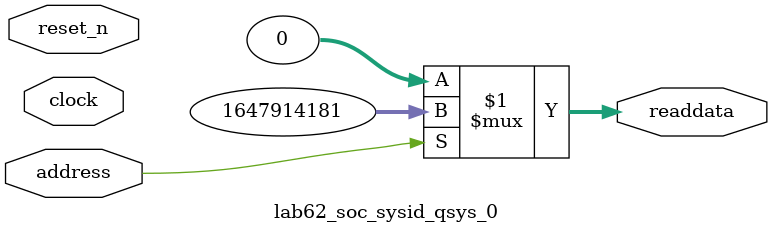
<source format=v>



// synthesis translate_off
`timescale 1ns / 1ps
// synthesis translate_on

// turn off superfluous verilog processor warnings 
// altera message_level Level1 
// altera message_off 10034 10035 10036 10037 10230 10240 10030 

module lab62_soc_sysid_qsys_0 (
               // inputs:
                address,
                clock,
                reset_n,

               // outputs:
                readdata
             )
;

  output  [ 31: 0] readdata;
  input            address;
  input            clock;
  input            reset_n;

  wire    [ 31: 0] readdata;
  //control_slave, which is an e_avalon_slave
  assign readdata = address ? 1647914181 : 0;

endmodule



</source>
